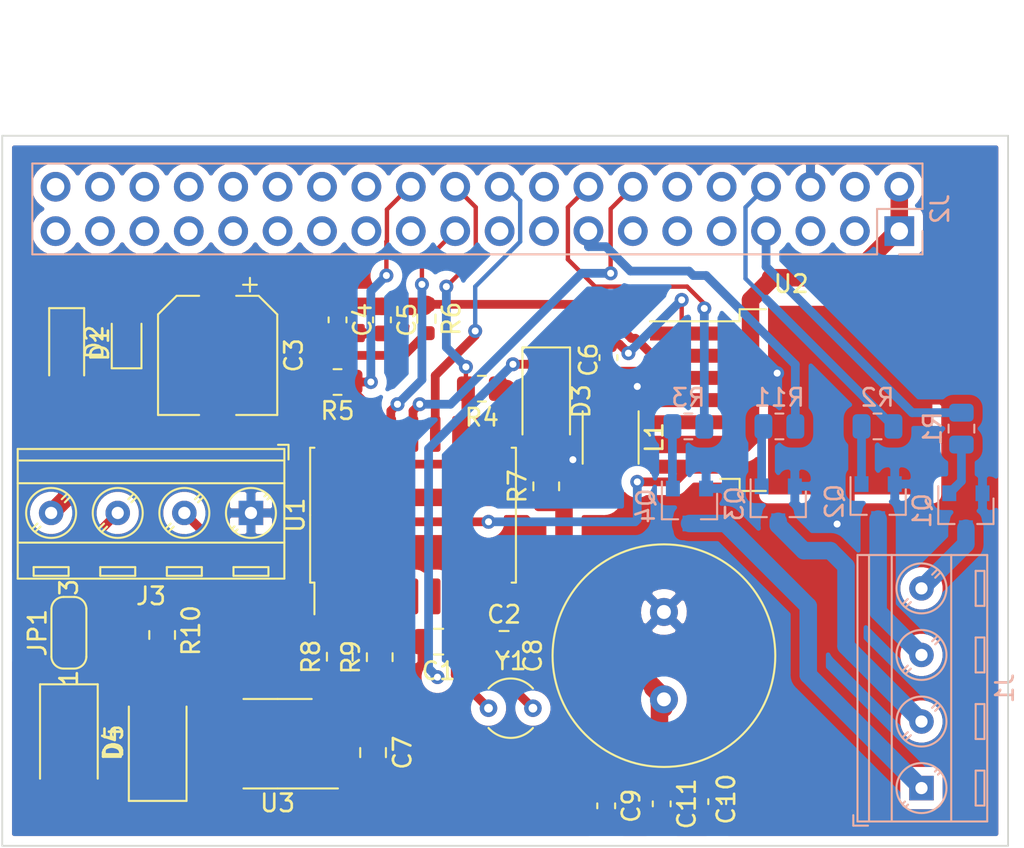
<source format=kicad_pcb>
(kicad_pcb (version 20171130) (host pcbnew "(5.1.8)-1")
  (layers (0 F.Cu signal) (31 B.Cu signal) (34 B.Paste user) (35 F.Paste user) (36 B.SilkS user) (37 F.SilkS user) (38 B.Mask user) (39 F.Mask user) (44 Edge.Cuts user))
  (net 0 "")
  (net 1 "Net-(C1-Pad1)")
  (net 2 GND)
  (net 3 "Net-(C2-Pad1)")
  (net 4 "Net-(C3-Pad1)")
  (net 5 "Net-(C6-Pad2)")
  (net 6 "Net-(C6-Pad1)")
  (net 7 +5V)
  (net 8 +24V)
  (net 9 CAN_H)
  (net 10 CAN_L)
  (net 11 "Net-(J1-Pad1)")
  (net 12 "Net-(J1-Pad2)")
  (net 13 "Net-(J1-Pad3)")
  (net 14 "Net-(J1-Pad4)")
  (net 15 "Net-(JP1-Pad2)")
  (net 16 "Net-(Q1-Pad1)")
  (net 17 "Net-(Q2-Pad1)")
  (net 18 "Net-(Q3-Pad1)")
  (net 19 "Net-(Q4-Pad1)")
  (net 20 "Net-(J2-Pad7)")
  (net 21 "Net-(J2-Pad8)")
  (net 22 "Net-(J2-Pad16)")
  (net 23 /Conn3)
  (net 24 "Net-(J2-Pad24)")
  (net 25 "Net-(R6-Pad2)")
  (net 26 /Conn6)
  (net 27 "Net-(R8-Pad2)")
  (net 28 "Net-(R8-Pad1)")
  (net 29 "Net-(J2-Pad15)")
  (net 30 /Conn4)
  (net 31 "Net-(U1-Pad3)")
  (net 32 "Net-(U1-Pad4)")
  (net 33 "Net-(U1-Pad5)")
  (net 34 "Net-(U1-Pad6)")
  (net 35 "Net-(U1-Pad10)")
  (net 36 "Net-(U1-Pad11)")
  (net 37 "Net-(J2-Pad20)")
  (net 38 /Conn1)
  (net 39 /Conn2)
  (net 40 "Net-(U2-Pad5)")
  (net 41 3V3_SYS)
  (net 42 "Net-(J2-Pad3)")
  (net 43 "Net-(J2-Pad4)")
  (net 44 "Net-(J2-Pad5)")
  (net 45 "Net-(J2-Pad9)")
  (net 46 "Net-(J2-Pad10)")
  (net 47 "Net-(J2-Pad11)")
  (net 48 "Net-(J2-Pad12)")
  (net 49 "Net-(J2-Pad13)")
  (net 50 "Net-(J2-Pad17)")
  (net 51 "Net-(J2-Pad18)")
  (net 52 "Net-(J2-Pad19)")
  (net 53 "Net-(J2-Pad23)")
  (net 54 "Net-(J2-Pad25)")
  (net 55 "Net-(J2-Pad26)")
  (net 56 "Net-(J2-Pad27)")
  (net 57 "Net-(J2-Pad28)")
  (net 58 "Net-(J2-Pad29)")
  (net 59 "Net-(J2-Pad30)")
  (net 60 "Net-(J2-Pad31)")
  (net 61 "Net-(J2-Pad32)")
  (net 62 "Net-(J2-Pad33)")
  (net 63 "Net-(J2-Pad34)")
  (net 64 "Net-(J2-Pad35)")
  (net 65 "Net-(J2-Pad36)")
  (net 66 "Net-(J2-Pad37)")
  (net 67 "Net-(J2-Pad38)")
  (net 68 "Net-(J2-Pad39)")
  (net 69 "Net-(J2-Pad40)")
  (module Package_TO_SOT_SMD:TO-263-7_TabPin8 (layer F.Cu) (at -10.499 -152.889)
    (fp_text reference U2 (at 0 -6.65) (layer F.SilkS))
    (fp_text value LM22678TJ-5)
    (pad 8 smd rect (at 3.375 0) (size 9.4 10.8) (layers F.Cu F.Mask) (net 2 GND))
    (pad 7 smd rect (at -5.775 3.81) (size 4.6 0.8) (layers F.Cu F.Paste F.Mask) (net 25 "Net-(R6-Pad2)"))
    (pad 6 smd rect (at -5.775 2.54) (size 4.6 0.8) (layers F.Cu F.Paste F.Mask) (net 7 +5V))
    (pad 5 smd rect (at -5.775 1.27) (size 4.6 0.8) (layers F.Cu F.Paste F.Mask) (net 40 "Net-(U2-Pad5)"))
    (pad 4 smd rect (at -5.775 0) (size 4.6 0.8) (layers F.Cu F.Paste F.Mask) (net 2 GND))
    (pad 3 smd rect (at -5.775 -1.27) (size 4.6 0.8) (layers F.Cu F.Paste F.Mask) (net 6 "Net-(C6-Pad1)"))
    (pad 2 smd rect (at -5.775 -2.54) (size 4.6 0.8) (layers F.Cu F.Paste F.Mask) (net 4 "Net-(C3-Pad1)"))
    (pad 1 smd rect (at -5.775 -3.81) (size 4.6 0.8) (layers F.Cu F.Paste F.Mask) (net 5 "Net-(C6-Pad2)"))
  )
  (module Resistor_SMD:R_0603_1608Metric (layer F.Cu) (at -31.369 -157.544 270)
    (fp_text reference R6 (at 0 -1.43 90) (layer F.SilkS))
    (fp_text value 470k)
    (pad 2 smd roundrect (at 0.825 0 270) (size 0.8 0.95) (layers F.Cu F.Paste F.Mask) (net 25 "Net-(R6-Pad2)"))
    (pad 1 smd roundrect (at -0.825 0 270) (size 0.8 0.95) (layers F.Cu F.Paste F.Mask) (net 4 "Net-(C3-Pad1)"))
  )
  (module Inductor_SMD:L_Taiyo-Yuden_NR-30xx (layer F.Cu) (at -20.828 -150.749 270)
    (fp_text reference L1 (at 0 -2.5 90) (layer F.SilkS))
    (fp_text value "6.8 uH")
    (pad 2 smd rect (at 1.1 0 270) (size 0.8 2.9) (layers F.Cu F.Paste F.Mask) (net 7 +5V))
    (pad 1 smd rect (at -1.1 0 270) (size 0.8 2.9) (layers F.Cu F.Paste F.Mask) (net 5 "Net-(C6-Pad2)"))
  )
  (module Diode_SMD:D_SOD-128 (layer F.Cu) (at -24.511 -152.822 270)
    (fp_text reference D3 (at 0 -2 90) (layer F.SilkS))
    (fp_text value "D_Schottky 60V 5A")
    (pad 2 smd rect (at 2.2 0 270) (size 1.4 2.1) (layers F.Cu F.Paste F.Mask) (net 2 GND))
    (pad 1 smd rect (at -2.2 0 270) (size 1.4 2.1) (layers F.Cu F.Paste F.Mask) (net 5 "Net-(C6-Pad2)"))
  )
  (module Diode_SMD:D_SOD-323 (layer F.Cu) (at -48.514 -156.21 90)
    (fp_text reference D2 (at 0 -1.85 90) (layer F.SilkS))
    (fp_text value SD36_SOD323)
    (pad 2 smd rect (at 1.05 0 90) (size 0.6 0.45) (layers F.Cu F.Paste F.Mask) (net 4 "Net-(C3-Pad1)"))
    (pad 1 smd rect (at -1.05 0 90) (size 0.6 0.45) (layers F.Cu F.Paste F.Mask) (net 2 GND))
  )
  (module Diode_SMD:D_SOD-123F (layer F.Cu) (at -51.943 -155.953 270)
    (fp_text reference D1 (at -0.127 -1.905 90) (layer F.SilkS))
    (fp_text value D_Schottky)
    (pad 2 smd rect (at 1.4 0 270) (size 1.1 1.1) (layers F.Cu F.Paste F.Mask) (net 8 +24V))
    (pad 1 smd rect (at -1.4 0 270) (size 1.1 1.1) (layers F.Cu F.Paste F.Mask) (net 4 "Net-(C3-Pad1)"))
  )
  (module Capacitor_SMD:C_0603_1608Metric (layer F.Cu) (at -17.907 -129.781 270)
    (fp_text reference C11 (at 0 -1.43 90) (layer F.SilkS))
    (fp_text value 100nF)
    (pad 1 smd roundrect (at -0.775 0 270) (size 0.9 0.95) (layers F.Cu F.Paste F.Mask) (net 7 +5V))
    (pad 2 smd roundrect (at 0.775 0 270) (size 0.9 0.95) (layers F.Cu F.Paste F.Mask) (net 2 GND))
  )
  (module Capacitor_SMD:C_0603_1608Metric (layer F.Cu) (at -14.732 -129.908 270)
    (fp_text reference C10 (at -0.14058 -0.51 90) (layer F.SilkS))
    (fp_text value 100nF)
    (pad 1 smd roundrect (at -0.775 0 270) (size 0.9 0.95) (layers F.Cu F.Paste F.Mask) (net 7 +5V))
    (pad 2 smd roundrect (at 0.775 0 270) (size 0.9 0.95) (layers F.Cu F.Paste F.Mask) (net 2 GND))
  )
  (module Capacitor_SMD:C_0603_1608Metric (layer F.Cu) (at -21.082 -129.667 270)
    (fp_text reference C9 (at 0 -1.43 90) (layer F.SilkS))
    (fp_text value 100nF)
    (pad 1 smd roundrect (at -0.775 0 270) (size 0.9 0.95) (layers F.Cu F.Paste F.Mask) (net 7 +5V))
    (pad 2 smd roundrect (at 0.775 0 270) (size 0.9 0.95) (layers F.Cu F.Paste F.Mask) (net 2 GND))
  )
  (module Capacitor_THT:C_Radial_D12.5mm_H20.0mm_P5.00mm (layer F.Cu) (at -17.78 -135.763 90)
    (fp_text reference C8 (at 2.5 -7.5 90) (layer F.SilkS))
    (fp_text value 180uF)
    (pad 1 thru_hole circle (at 0 0 90) (size 1.6 1.6) (drill 0.8) (layers *.Cu *.Mask) (net 7 +5V))
    (pad 2 thru_hole circle (at 5 0 90) (size 1.6 1.6) (drill 0.8) (layers *.Cu *.Mask) (net 2 GND))
  )
  (module Capacitor_SMD:C_0603_1608Metric (layer F.Cu) (at -20.955 -155.321 90)
    (fp_text reference C6 (at -0.127 -1.143 90) (layer F.SilkS))
    (fp_text value 10nF)
    (pad 2 smd roundrect (at 0.775 0 90) (size 0.9 0.95) (layers F.Cu F.Paste F.Mask) (net 5 "Net-(C6-Pad2)"))
    (pad 1 smd roundrect (at -0.775 0 90) (size 0.9 0.95) (layers F.Cu F.Paste F.Mask) (net 6 "Net-(C6-Pad1)"))
  )
  (module Capacitor_SMD:C_0603_1608Metric (layer F.Cu) (at -33.909 -157.48 270)
    (fp_text reference C5 (at 0 -1.43 90) (layer F.SilkS))
    (fp_text value 1uF)
    (pad 2 smd roundrect (at 0.775 0 270) (size 0.9 0.95) (layers F.Cu F.Paste F.Mask) (net 2 GND))
    (pad 1 smd roundrect (at -0.775 0 270) (size 0.9 0.95) (layers F.Cu F.Paste F.Mask) (net 4 "Net-(C3-Pad1)"))
  )
  (module Capacitor_SMD:C_0603_1608Metric (layer F.Cu) (at -36.449 -157.48 270)
    (fp_text reference C4 (at 0 -1.43 90) (layer F.SilkS))
    (fp_text value 4.7uF)
    (pad 2 smd roundrect (at 0.775 0 270) (size 0.9 0.95) (layers F.Cu F.Paste F.Mask) (net 2 GND))
    (pad 1 smd roundrect (at -0.775 0 270) (size 0.9 0.95) (layers F.Cu F.Paste F.Mask) (net 4 "Net-(C3-Pad1)"))
  )
  (module Capacitor_SMD:CP_Elec_6.3x5.8 (layer F.Cu) (at -43.307 -155.448 270)
    (fp_text reference C3 (at 0 -4.35 90) (layer F.SilkS))
    (fp_text value 22uF)
    (pad 2 smd roundrect (at 2.7 0 270) (size 3.5 1.6) (layers F.Cu F.Paste F.Mask) (roundrect_rratio 0.15625) (net 2 GND))
    (pad 1 smd roundrect (at -2.7 0 270) (size 3.5 1.6) (layers F.Cu F.Paste F.Mask) (roundrect_rratio 0.15625) (net 4 "Net-(C3-Pad1)"))
  )
  (module TerminalBlock_MetzConnect:TerminalBlock_MetzConnect_Type086_RT03404HBLC_1x04_P3.81mm_Horizontal (layer F.Cu) (at -41.402 -146.431 180)
    (fp_text reference J3 (at 5.715 -4.76) (layer F.SilkS))
    (fp_text value Conn_01x04_Female)
    (pad 4 thru_hole circle (at 11.43 0 180) (size 1.4 1.4) (drill 0.7) (layers *.Cu *.Mask) (net 8 +24V))
    (pad 3 thru_hole circle (at 7.62 0 180) (size 1.4 1.4) (drill 0.7) (layers *.Cu *.Mask) (net 9 CAN_H))
    (pad 2 thru_hole circle (at 3.81 0 180) (size 1.4 1.4) (drill 0.7) (layers *.Cu *.Mask) (net 10 CAN_L))
    (pad 1 thru_hole rect (at 0 0 180) (size 1.4 1.4) (drill 0.7) (layers *.Cu *.Mask) (net 2 GND))
  )
  (module Capacitor_SMD:C_0805_2012Metric (layer F.Cu) (at -30.668 -139.065 180)
    (fp_text reference C1 (at 0 -1.68) (layer F.SilkS))
    (fp_text value 22pF)
    (pad 1 smd roundrect (at -0.95 0 180) (size 1 1.45) (layers F.Cu F.Paste F.Mask) (net 1 "Net-(C1-Pad1)"))
    (pad 2 smd roundrect (at 0.95 0 180) (size 1 1.45) (layers F.Cu F.Paste F.Mask) (net 2 GND))
  )
  (module Capacitor_SMD:C_0805_2012Metric (layer F.Cu) (at -26.924 -138.938)
    (fp_text reference C2 (at 0 -1.68) (layer F.SilkS))
    (fp_text value 22pF)
    (pad 2 smd roundrect (at 0.95 0) (size 1 1.45) (layers F.Cu F.Paste F.Mask) (net 2 GND))
    (pad 1 smd roundrect (at -0.95 0) (size 1 1.45) (layers F.Cu F.Paste F.Mask) (net 3 "Net-(C2-Pad1)"))
  )
  (module Capacitor_SMD:C_0805_2012Metric (layer F.Cu) (at -34.417 -132.715 270)
    (fp_text reference C7 (at 0 -1.68 90) (layer F.SilkS))
    (fp_text value 100nF)
    (pad 2 smd roundrect (at 0.95 0 270) (size 1 1.45) (layers F.Cu F.Paste F.Mask) (net 2 GND))
    (pad 1 smd roundrect (at -0.95 0 270) (size 1 1.45) (layers F.Cu F.Paste F.Mask) (net 7 +5V))
  )
  (module Diode_SMD:D_SMA (layer F.Cu) (at -51.816 -133.223 270)
    (fp_text reference D4 (at 0 -2.5 90) (layer F.SilkS))
    (fp_text value D_TVS)
    (pad 1 smd rect (at -2 0 270) (size 2.5 1.8) (layers F.Cu F.Paste F.Mask) (net 9 CAN_H))
    (pad 2 smd rect (at 2 0 270) (size 2.5 1.8) (layers F.Cu F.Paste F.Mask) (net 2 GND))
  )
  (module Diode_SMD:D_SMA (layer F.Cu) (at -46.736 -133.35 90)
    (fp_text reference D5 (at 0 -2.5 90) (layer F.SilkS))
    (fp_text value D_TVS)
    (pad 2 smd rect (at 2 0 90) (size 2.5 1.8) (layers F.Cu F.Paste F.Mask) (net 10 CAN_L))
    (pad 1 smd rect (at -2 0 90) (size 2.5 1.8) (layers F.Cu F.Paste F.Mask) (net 2 GND))
  )
  (module TerminalBlock_MetzConnect:TerminalBlock_MetzConnect_Type086_RT03404HBLC_1x04_P3.81mm_Horizontal (layer B.Cu) (at -3.048 -130.683 90)
    (fp_text reference J1 (at 5.715 4.76 90) (layer B.SilkS) (effects (justify mirror)))
    (fp_text value Conn_01x04_Female)
    (pad 4 thru_hole circle (at 11.43 0 90) (size 1.4 1.4) (drill 0.7) (layers *.Cu *.Mask) (net 14 "Net-(J1-Pad4)"))
    (pad 3 thru_hole circle (at 7.62 0 90) (size 1.4 1.4) (drill 0.7) (layers *.Cu *.Mask) (net 13 "Net-(J1-Pad3)"))
    (pad 2 thru_hole circle (at 3.81 0 90) (size 1.4 1.4) (drill 0.7) (layers *.Cu *.Mask) (net 12 "Net-(J1-Pad2)"))
    (pad 1 thru_hole rect (at 0 0 90) (size 1.4 1.4) (drill 0.7) (layers *.Cu *.Mask) (net 11 "Net-(J1-Pad1)"))
  )
  (module SolderJumper-3_P1.3mm_Bridged12_RoundedPad1.0x1.5mm_NumberLabels (layer F.Cu) (at -51.816 -139.573 90)
    (fp_text reference JP1 (at 0 -1.8 90) (layer F.SilkS))
    (fp_text value Jumper_NC_Small)
    (fp_poly (pts (xy -0.9 -0.3) (xy -0.4 -0.3) (xy -0.4 0.3) (xy -0.9 0.3)) (layer F.Cu) (width 0))
    (fp_text user 3 (at 2.6 0 90) (layer F.SilkS))
    (fp_text user 1 (at -2.6 0 90) (layer F.SilkS))
    (pad 3 smd custom (at 1.3 0 90) (size 1 0.5) (layers F.Cu F.Mask) (options (clearance outline) (anchor rect)) (primitives (gr_circle (center 0 0.25) (end 0.5 0.25) (width 0)) (gr_circle (center 0 -0.25) (end 0.5 -0.25) (width 0)) (gr_poly (pts (xy -0.55 -0.75) (xy 0 -0.75) (xy 0 0.75) (xy -0.55 0.75)) (width 0))))
    (pad 2 smd rect (at 0 0 90) (size 1 1.5) (layers F.Cu F.Mask) (net 15 "Net-(JP1-Pad2)"))
    (pad 1 smd custom (at -1.3 0 90) (size 1 0.5) (layers F.Cu F.Mask) (net 9 CAN_H) (options (clearance outline) (anchor rect)) (primitives (gr_poly (pts (xy 0.55 -0.75) (xy 0 -0.75) (xy 0 0.75) (xy 0.55 0.75)) (width 0)) (gr_circle (center 0 0.25) (end 0.5 0.25) (width 0)) (gr_circle (center 0 -0.25) (end 0.5 -0.25) (width 0))))
  )
  (module Package_TO_SOT_SMD:SOT-23 (layer B.Cu) (at -0.508 -146.558 270)
    (fp_text reference Q1 (at 0 2.5 270) (layer B.SilkS) (effects (justify mirror)))
    (fp_text value BSS138)
    (pad 1 smd rect (at -1 0.95 270) (size 0.9 0.8) (layers B.Cu B.Paste B.Mask) (net 16 "Net-(Q1-Pad1)"))
    (pad 2 smd rect (at -1 -0.95 270) (size 0.9 0.8) (layers B.Cu B.Paste B.Mask) (net 2 GND))
    (pad 3 smd rect (at 1 0 270) (size 0.9 0.8) (layers B.Cu B.Paste B.Mask) (net 14 "Net-(J1-Pad4)"))
  )
  (module Package_TO_SOT_SMD:SOT-23 (layer B.Cu) (at -5.527 -147.082 270)
    (fp_text reference Q2 (at 0 2.5 270) (layer B.SilkS) (effects (justify mirror)))
    (fp_text value BSS138)
    (pad 3 smd rect (at 1 0 270) (size 0.9 0.8) (layers B.Cu B.Paste B.Mask) (net 13 "Net-(J1-Pad3)"))
    (pad 2 smd rect (at -1 -0.95 270) (size 0.9 0.8) (layers B.Cu B.Paste B.Mask) (net 2 GND))
    (pad 1 smd rect (at -1 0.95 270) (size 0.9 0.8) (layers B.Cu B.Paste B.Mask) (net 17 "Net-(Q2-Pad1)"))
  )
  (module Package_TO_SOT_SMD:SOT-23 (layer B.Cu) (at -11.242 -146.955 270)
    (fp_text reference Q3 (at 0 2.5 270) (layer B.SilkS) (effects (justify mirror)))
    (fp_text value BSS138)
    (pad 1 smd rect (at -1 0.95 270) (size 0.9 0.8) (layers B.Cu B.Paste B.Mask) (net 18 "Net-(Q3-Pad1)"))
    (pad 2 smd rect (at -1 -0.95 270) (size 0.9 0.8) (layers B.Cu B.Paste B.Mask) (net 2 GND))
    (pad 3 smd rect (at 1 0 270) (size 0.9 0.8) (layers B.Cu B.Paste B.Mask) (net 12 "Net-(J1-Pad2)"))
  )
  (module Package_TO_SOT_SMD:SOT-23 (layer B.Cu) (at -16.317 -146.828 270)
    (fp_text reference Q4 (at 0 2.5 270) (layer B.SilkS) (effects (justify mirror)))
    (fp_text value BSS138)
    (pad 3 smd rect (at 1 0 270) (size 0.9 0.8) (layers B.Cu B.Paste B.Mask) (net 11 "Net-(J1-Pad1)"))
    (pad 2 smd rect (at -1 -0.95 270) (size 0.9 0.8) (layers B.Cu B.Paste B.Mask) (net 2 GND))
    (pad 1 smd rect (at -1 0.95 270) (size 0.9 0.8) (layers B.Cu B.Paste B.Mask) (net 19 "Net-(Q4-Pad1)"))
  )
  (module Resistor_SMD:R_0805_2012Metric (layer B.Cu) (at -0.762 -151.257 270)
    (fp_text reference R1 (at 0 1.65 90) (layer B.SilkS) (effects (justify mirror)))
    (fp_text value 330R)
    (pad 1 smd roundrect (at -0.9125 0 270) (size 1.025 1.4) (layers B.Cu B.Paste B.Mask) (roundrect_rratio 0.243902) (net 20 "Net-(J2-Pad7)"))
    (pad 2 smd roundrect (at 0.9125 0 270) (size 1.025 1.4) (layers B.Cu B.Paste B.Mask) (roundrect_rratio 0.243902) (net 16 "Net-(Q1-Pad1)"))
  )
  (module Resistor_SMD:R_0805_2012Metric (layer B.Cu) (at -5.5645 -151.384 180)
    (fp_text reference R2 (at 0 1.65) (layer B.SilkS) (effects (justify mirror)))
    (fp_text value 330R)
    (pad 2 smd roundrect (at 0.9125 0 180) (size 1.025 1.4) (layers B.Cu B.Paste B.Mask) (roundrect_rratio 0.243902) (net 17 "Net-(Q2-Pad1)"))
    (pad 1 smd roundrect (at -0.9125 0 180) (size 1.025 1.4) (layers B.Cu B.Paste B.Mask) (roundrect_rratio 0.243902) (net 21 "Net-(J2-Pad8)"))
  )
  (module Resistor_SMD:R_0805_2012Metric (layer B.Cu) (at -16.383 -151.384 180)
    (fp_text reference R3 (at 0 1.65) (layer B.SilkS) (effects (justify mirror)))
    (fp_text value 330R)
    (pad 1 smd roundrect (at -0.9125 0 180) (size 1.025 1.4) (layers B.Cu B.Paste B.Mask) (roundrect_rratio 0.243902) (net 22 "Net-(J2-Pad16)"))
    (pad 2 smd roundrect (at 0.9125 0 180) (size 1.025 1.4) (layers B.Cu B.Paste B.Mask) (roundrect_rratio 0.243902) (net 19 "Net-(Q4-Pad1)"))
  )
  (module Resistor_SMD:R_0805_2012Metric (layer F.Cu) (at -28.194 -153.543 180)
    (fp_text reference R4 (at 0 -1.65) (layer F.SilkS))
    (fp_text value 4k7)
    (pad 1 smd roundrect (at -0.9125 0 180) (size 1.025 1.4) (layers F.Cu F.Paste F.Mask) (roundrect_rratio 0.243902) (net 7 +5V))
    (pad 2 smd roundrect (at 0.9125 0 180) (size 1.025 1.4) (layers F.Cu F.Paste F.Mask) (roundrect_rratio 0.243902) (net 23 /Conn3))
  )
  (module Resistor_SMD:R_0805_2012Metric (layer F.Cu) (at -36.449 -153.924 180)
    (fp_text reference R5 (at 0 -1.65) (layer F.SilkS))
    (fp_text value 4k7)
    (pad 2 smd roundrect (at 0.9125 0 180) (size 1.025 1.4) (layers F.Cu F.Paste F.Mask) (roundrect_rratio 0.243902) (net 7 +5V))
    (pad 1 smd roundrect (at -0.9125 0 180) (size 1.025 1.4) (layers F.Cu F.Paste F.Mask) (roundrect_rratio 0.243902) (net 24 "Net-(J2-Pad24)"))
  )
  (module Resistor_SMD:R_0805_2012Metric (layer F.Cu) (at -24.511 -147.955 90)
    (fp_text reference R7 (at 0 -1.65 90) (layer F.SilkS))
    (fp_text value 4k7)
    (pad 1 smd roundrect (at -0.9125 0 90) (size 1.025 1.4) (layers F.Cu F.Paste F.Mask) (roundrect_rratio 0.243902) (net 7 +5V))
    (pad 2 smd roundrect (at 0.9125 0 90) (size 1.025 1.4) (layers F.Cu F.Paste F.Mask) (roundrect_rratio 0.243902) (net 26 /Conn6))
  )
  (module Resistor_SMD:R_0805_2012Metric (layer F.Cu) (at -36.322 -138.1995 90)
    (fp_text reference R8 (at 0 -1.65 90) (layer F.SilkS))
    (fp_text value 10k)
    (pad 2 smd roundrect (at 0.9125 0 90) (size 1.025 1.4) (layers F.Cu F.Paste F.Mask) (roundrect_rratio 0.243902) (net 27 "Net-(R8-Pad2)"))
    (pad 1 smd roundrect (at -0.9125 0 90) (size 1.025 1.4) (layers F.Cu F.Paste F.Mask) (roundrect_rratio 0.243902) (net 28 "Net-(R8-Pad1)"))
  )
  (module Resistor_SMD:R_0805_2012Metric (layer F.Cu) (at -34.036 -138.176 90)
    (fp_text reference R9 (at 0 -1.65 90) (layer F.SilkS))
    (fp_text value 22k)
    (pad 1 smd roundrect (at -0.9125 0 90) (size 1.025 1.4) (layers F.Cu F.Paste F.Mask) (roundrect_rratio 0.243902) (net 28 "Net-(R8-Pad1)"))
    (pad 2 smd roundrect (at 0.9125 0 90) (size 1.025 1.4) (layers F.Cu F.Paste F.Mask) (roundrect_rratio 0.243902) (net 2 GND))
  )
  (module Resistor_SMD:R_0805_2012Metric (layer F.Cu) (at -46.482 -139.446 270)
    (fp_text reference R10 (at -0.254 -1.651 90) (layer F.SilkS))
    (fp_text value 120R)
    (pad 1 smd roundrect (at -0.9125 0 270) (size 1.025 1.4) (layers F.Cu F.Paste F.Mask) (roundrect_rratio 0.243902) (net 15 "Net-(JP1-Pad2)"))
    (pad 2 smd roundrect (at 0.9125 0 270) (size 1.025 1.4) (layers F.Cu F.Paste F.Mask) (roundrect_rratio 0.243902) (net 10 CAN_L))
  )
  (module Resistor_SMD:R_0805_2012Metric (layer B.Cu) (at -11.176 -151.384 180)
    (fp_text reference R11 (at 0 1.65) (layer B.SilkS) (effects (justify mirror)))
    (fp_text value 330R)
    (pad 2 smd roundrect (at 0.9125 0 180) (size 1.025 1.4) (layers B.Cu B.Paste B.Mask) (roundrect_rratio 0.243902) (net 18 "Net-(Q3-Pad1)"))
    (pad 1 smd roundrect (at -0.9125 0 180) (size 1.025 1.4) (layers B.Cu B.Paste B.Mask) (roundrect_rratio 0.243902) (net 29 "Net-(J2-Pad15)"))
  )
  (module Package_SO:SOIC-18W_7.5x11.6mm_P1.27mm (layer F.Cu) (at -32.131 -146.304 90)
    (fp_text reference U1 (at 0 -6.72 90) (layer F.SilkS))
    (fp_text value MCP2515-xSO)
    (pad 18 smd roundrect (at 4.65 -5.08 90) (size 2.05 0.6) (layers F.Cu F.Paste F.Mask) (net 7 +5V))
    (pad 17 smd roundrect (at 4.65 -3.81 90) (size 2.05 0.6) (layers F.Cu F.Paste F.Mask) (net 26 /Conn6))
    (pad 16 smd roundrect (at 4.65 -2.54 90) (size 2.05 0.6) (layers F.Cu F.Paste F.Mask) (net 24 "Net-(J2-Pad24)"))
    (pad 15 smd roundrect (at 4.65 -1.27 90) (size 2.05 0.6) (layers F.Cu F.Paste F.Mask) (net 39 /Conn2))
    (pad 14 smd roundrect (at 4.65 0 90) (size 2.05 0.6) (layers F.Cu F.Paste F.Mask) (net 38 /Conn1))
    (pad 13 smd roundrect (at 4.65 1.27 90) (size 2.05 0.6) (layers F.Cu F.Paste F.Mask) (net 37 "Net-(J2-Pad20)"))
    (pad 12 smd roundrect (at 4.65 2.54 90) (size 2.05 0.6) (layers F.Cu F.Paste F.Mask) (net 23 /Conn3))
    (pad 11 smd roundrect (at 4.65 3.81 90) (size 2.05 0.6) (layers F.Cu F.Paste F.Mask) (net 36 "Net-(U1-Pad11)"))
    (pad 10 smd roundrect (at 4.65 5.08 90) (size 2.05 0.6) (layers F.Cu F.Paste F.Mask) (net 35 "Net-(U1-Pad10)"))
    (pad 9 smd roundrect (at -4.65 5.08 90) (size 2.05 0.6) (layers F.Cu F.Paste F.Mask) (net 2 GND))
    (pad 8 smd roundrect (at -4.65 3.81 90) (size 2.05 0.6) (layers F.Cu F.Paste F.Mask) (net 3 "Net-(C2-Pad1)"))
    (pad 7 smd roundrect (at -4.65 2.54 90) (size 2.05 0.6) (layers F.Cu F.Paste F.Mask) (net 1 "Net-(C1-Pad1)"))
    (pad 6 smd roundrect (at -4.65 1.27 90) (size 2.05 0.6) (layers F.Cu F.Paste F.Mask) (net 34 "Net-(U1-Pad6)"))
    (pad 5 smd roundrect (at -4.65 0 90) (size 2.05 0.6) (layers F.Cu F.Paste F.Mask) (net 33 "Net-(U1-Pad5)"))
    (pad 4 smd roundrect (at -4.65 -1.27 90) (size 2.05 0.6) (layers F.Cu F.Paste F.Mask) (net 32 "Net-(U1-Pad4)"))
    (pad 3 smd roundrect (at -4.65 -2.54 90) (size 2.05 0.6) (layers F.Cu F.Paste F.Mask) (net 31 "Net-(U1-Pad3)"))
    (pad 2 smd roundrect (at -4.65 -3.81 90) (size 2.05 0.6) (layers F.Cu F.Paste F.Mask) (net 27 "Net-(R8-Pad2)"))
    (pad 1 smd roundrect (at -4.65 -5.08 90) (size 2.05 0.6) (layers F.Cu F.Paste F.Mask) (net 30 /Conn4))
  )
  (module Package_SO:SOIC-8_3.9x4.9mm_P1.27mm (layer F.Cu) (at -39.878 -133.223 180)
    (fp_text reference U3 (at 0 -3.4) (layer F.SilkS))
    (fp_text value MCP2562-H-SN)
    (pad 1 smd roundrect (at -2.475 -1.905 180) (size 1.95 0.6) (layers F.Cu F.Paste F.Mask) (net 30 /Conn4))
    (pad 2 smd roundrect (at -2.475 -0.635 180) (size 1.95 0.6) (layers F.Cu F.Paste F.Mask) (net 2 GND))
    (pad 3 smd roundrect (at -2.475 0.635 180) (size 1.95 0.6) (layers F.Cu F.Paste F.Mask) (net 7 +5V))
    (pad 4 smd roundrect (at -2.475 1.905 180) (size 1.95 0.6) (layers F.Cu F.Paste F.Mask) (net 28 "Net-(R8-Pad1)"))
    (pad 5 smd roundrect (at 2.475 1.905 180) (size 1.95 0.6) (layers F.Cu F.Paste F.Mask) (net 41 3V3_SYS))
    (pad 6 smd roundrect (at 2.475 0.635 180) (size 1.95 0.6) (layers F.Cu F.Paste F.Mask) (net 10 CAN_L))
    (pad 7 smd roundrect (at 2.475 -0.635 180) (size 1.95 0.6) (layers F.Cu F.Paste F.Mask) (net 9 CAN_H))
    (pad 8 smd roundrect (at 2.475 -1.905 180) (size 1.95 0.6) (layers F.Cu F.Paste F.Mask) (net 2 GND))
  )
  (module Crystal:Crystal_AT310_D3.0mm_L10.0mm_Vertical (layer F.Cu) (at -27.813 -135.255)
    (fp_text reference Y1 (at 1.27 -2.7) (layer F.SilkS))
    (fp_text value 16MHz)
    (pad 1 thru_hole circle (at 0 0) (size 1 1) (drill 0.5) (layers *.Cu *.Mask) (net 1 "Net-(C1-Pad1)"))
    (pad 2 thru_hole circle (at 2.54 0) (size 1 1) (drill 0.5) (layers *.Cu *.Mask) (net 3 "Net-(C2-Pad1)"))
  )
  (module Connector_PinHeader_2.54mm:PinHeader_2x20_P2.54mm_Vertical (layer B.Cu) (at -4.318 -162.56 90)
    (fp_text reference J2 (at 1.27 2.33 270) (layer B.SilkS) (effects (justify mirror)))
    (fp_text value Conn_02x20_Counter_Clockwise)
    (pad 1 thru_hole rect (at 0 0 90) (size 1.7 1.7) (drill 1) (layers *.Cu *.Mask) (net 7 +5V))
    (pad 2 thru_hole oval (at 2.54 0 90) (size 1.7 1.7) (drill 1) (layers *.Cu *.Mask) (net 7 +5V))
    (pad 3 thru_hole oval (at 0 -2.54 90) (size 1.7 1.7) (drill 1) (layers *.Cu *.Mask) (net 42 "Net-(J2-Pad3)"))
    (pad 4 thru_hole oval (at 2.54 -2.54 90) (size 1.7 1.7) (drill 1) (layers *.Cu *.Mask) (net 43 "Net-(J2-Pad4)"))
    (pad 5 thru_hole oval (at 0 -5.08 90) (size 1.7 1.7) (drill 1) (layers *.Cu *.Mask) (net 44 "Net-(J2-Pad5)"))
    (pad 6 thru_hole oval (at 2.54 -5.08 90) (size 1.7 1.7) (drill 1) (layers *.Cu *.Mask) (net 2 GND))
    (pad 7 thru_hole oval (at 0 -7.62 90) (size 1.7 1.7) (drill 1) (layers *.Cu *.Mask) (net 20 "Net-(J2-Pad7)"))
    (pad 8 thru_hole oval (at 2.54 -7.62 90) (size 1.7 1.7) (drill 1) (layers *.Cu *.Mask) (net 21 "Net-(J2-Pad8)"))
    (pad 9 thru_hole oval (at 0 -10.16 90) (size 1.7 1.7) (drill 1) (layers *.Cu *.Mask) (net 45 "Net-(J2-Pad9)"))
    (pad 10 thru_hole oval (at 2.54 -10.16 90) (size 1.7 1.7) (drill 1) (layers *.Cu *.Mask) (net 46 "Net-(J2-Pad10)"))
    (pad 11 thru_hole oval (at 0 -12.7 90) (size 1.7 1.7) (drill 1) (layers *.Cu *.Mask) (net 47 "Net-(J2-Pad11)"))
    (pad 12 thru_hole oval (at 2.54 -12.7 90) (size 1.7 1.7) (drill 1) (layers *.Cu *.Mask) (net 48 "Net-(J2-Pad12)"))
    (pad 13 thru_hole oval (at 0 -15.24 90) (size 1.7 1.7) (drill 1) (layers *.Cu *.Mask) (net 49 "Net-(J2-Pad13)"))
    (pad 14 thru_hole oval (at 2.54 -15.24 90) (size 1.7 1.7) (drill 1) (layers *.Cu *.Mask) (net 38 /Conn1))
    (pad 15 thru_hole oval (at 0 -17.78 90) (size 1.7 1.7) (drill 1) (layers *.Cu *.Mask) (net 29 "Net-(J2-Pad15)"))
    (pad 16 thru_hole oval (at 2.54 -17.78 90) (size 1.7 1.7) (drill 1) (layers *.Cu *.Mask) (net 22 "Net-(J2-Pad16)"))
    (pad 17 thru_hole oval (at 0 -20.32 90) (size 1.7 1.7) (drill 1) (layers *.Cu *.Mask) (net 50 "Net-(J2-Pad17)"))
    (pad 18 thru_hole oval (at 2.54 -20.32 90) (size 1.7 1.7) (drill 1) (layers *.Cu *.Mask) (net 51 "Net-(J2-Pad18)"))
    (pad 19 thru_hole oval (at 0 -22.86 90) (size 1.7 1.7) (drill 1) (layers *.Cu *.Mask) (net 52 "Net-(J2-Pad19)"))
    (pad 20 thru_hole oval (at 2.54 -22.86 90) (size 1.7 1.7) (drill 1) (layers *.Cu *.Mask) (net 37 "Net-(J2-Pad20)"))
    (pad 21 thru_hole oval (at 0 -25.4 90) (size 1.7 1.7) (drill 1) (layers *.Cu *.Mask) (net 39 /Conn2))
    (pad 22 thru_hole oval (at 2.54 -25.4 90) (size 1.7 1.7) (drill 1) (layers *.Cu *.Mask) (net 23 /Conn3))
    (pad 23 thru_hole oval (at 0 -27.94 90) (size 1.7 1.7) (drill 1) (layers *.Cu *.Mask) (net 53 "Net-(J2-Pad23)"))
    (pad 24 thru_hole oval (at 2.54 -27.94 90) (size 1.7 1.7) (drill 1) (layers *.Cu *.Mask) (net 24 "Net-(J2-Pad24)"))
    (pad 25 thru_hole oval (at 0 -30.48 90) (size 1.7 1.7) (drill 1) (layers *.Cu *.Mask) (net 54 "Net-(J2-Pad25)"))
    (pad 26 thru_hole oval (at 2.54 -30.48 90) (size 1.7 1.7) (drill 1) (layers *.Cu *.Mask) (net 55 "Net-(J2-Pad26)"))
    (pad 27 thru_hole oval (at 0 -33.02 90) (size 1.7 1.7) (drill 1) (layers *.Cu *.Mask) (net 56 "Net-(J2-Pad27)"))
    (pad 28 thru_hole oval (at 2.54 -33.02 90) (size 1.7 1.7) (drill 1) (layers *.Cu *.Mask) (net 57 "Net-(J2-Pad28)"))
    (pad 29 thru_hole oval (at 0 -35.56 90) (size 1.7 1.7) (drill 1) (layers *.Cu *.Mask) (net 58 "Net-(J2-Pad29)"))
    (pad 30 thru_hole oval (at 2.54 -35.56 90) (size 1.7 1.7) (drill 1) (layers *.Cu *.Mask) (net 59 "Net-(J2-Pad30)"))
    (pad 31 thru_hole oval (at 0 -38.1 90) (size 1.7 1.7) (drill 1) (layers *.Cu *.Mask) (net 60 "Net-(J2-Pad31)"))
    (pad 32 thru_hole oval (at 2.54 -38.1 90) (size 1.7 1.7) (drill 1) (layers *.Cu *.Mask) (net 61 "Net-(J2-Pad32)"))
    (pad 33 thru_hole oval (at 0 -40.64 90) (size 1.7 1.7) (drill 1) (layers *.Cu *.Mask) (net 62 "Net-(J2-Pad33)"))
    (pad 34 thru_hole oval (at 2.54 -40.64 90) (size 1.7 1.7) (drill 1) (layers *.Cu *.Mask) (net 63 "Net-(J2-Pad34)"))
    (pad 35 thru_hole oval (at 0 -43.18 90) (size 1.7 1.7) (drill 1) (layers *.Cu *.Mask) (net 64 "Net-(J2-Pad35)"))
    (pad 36 thru_hole oval (at 2.54 -43.18 90) (size 1.7 1.7) (drill 1) (layers *.Cu *.Mask) (net 65 "Net-(J2-Pad36)"))
    (pad 37 thru_hole oval (at 0 -45.72 90) (size 1.7 1.7) (drill 1) (layers *.Cu *.Mask) (net 66 "Net-(J2-Pad37)"))
    (pad 38 thru_hole oval (at 2.54 -45.72 90) (size 1.7 1.7) (drill 1) (layers *.Cu *.Mask) (net 67 "Net-(J2-Pad38)"))
    (pad 39 thru_hole oval (at 0 -48.26 90) (size 1.7 1.7) (drill 1) (layers *.Cu *.Mask) (net 68 "Net-(J2-Pad39)"))
    (pad 40 thru_hole oval (at 2.54 -48.26 90) (size 1.7 1.7) (drill 1) (layers *.Cu *.Mask) (net 69 "Net-(J2-Pad40)"))
  )
  (gr_line (start -55.626 -168.021) (end 1.905 -168.021) (layer Edge.Cuts) (width 0.1))
  (gr_line (start -55.626 -127.381) (end -55.626 -168.021) (layer Edge.Cuts) (width 0.1))
  (gr_line (start 1.905 -127.381) (end -55.626 -127.381) (layer Edge.Cuts) (width 0.1))
  (gr_line (start 1.905 -168.021) (end 1.905 -127.381) (layer Edge.Cuts) (width 0.1))
  (via (at -11.303 -154.432) (size 0.8) (drill 0.4) (layers F.Cu B.Cu) (net 2))
  (segment (start -29.718 -141.527) (end -29.591 -141.654) (width 0.25) (layer F.Cu) (net 1))
  (segment (start -29.591 -139.192) (end -29.718 -139.065) (width 0.5) (layer F.Cu) (net 1))
  (segment (start -29.591 -141.654) (end -29.591 -139.192) (width 0.5) (layer F.Cu) (net 1))
  (segment (start -29.718 -137.16) (end -27.813 -135.255) (width 0.5) (layer F.Cu) (net 1))
  (segment (start -29.718 -139.065) (end -29.718 -137.16) (width 0.5) (layer F.Cu) (net 1))
  (segment (start -24.511 -150.622) (end -24.003 -150.622) (width 0.5) (layer F.Cu) (net 2))
  (segment (start -24.511 -150.622) (end -24.13 -150.622) (width 0.5) (layer F.Cu) (net 2))
  (segment (start -24.13 -150.622) (end -22.987 -149.479) (width 0.5) (layer F.Cu) (net 2))
  (segment (start -22.987 -149.479) (end -22.86 -149.352) (width 0.5) (layer F.Cu) (net 2))
  (via (at -22.987 -149.479) (size 0.8) (drill 0.4) (layers F.Cu B.Cu) (net 2))
  (segment (start -16.274 -152.889) (end -18.523 -152.889) (width 0.25) (layer F.Cu) (net 2))
  (segment (start -16.274 -152.889) (end -18.289002 -152.889) (width 0.25) (layer F.Cu) (net 2))
  (segment (start -18.396 -152.889) (end -16.274 -152.889) (width 0.5) (layer F.Cu) (net 2))
  (segment (start -18.523 -152.889) (end -19.304 -153.67) (width 0.5) (layer F.Cu) (net 2))
  (segment (start -19.304 -153.67) (end -19.304 -153.67) (width 0.5) (layer F.Cu) (net 2))
  (via (at -19.304 -153.67) (size 0.8) (drill 0.4) (layers F.Cu B.Cu) (net 2))
  (via (at -7.874 -145.796) (size 0.8) (drill 0.4) (layers F.Cu B.Cu) (net 2))
  (segment (start -35.24 -132.588) (end -34.417 -131.765) (width 0.5) (layer F.Cu) (net 2))
  (segment (start -37.403 -132.588) (end -35.24 -132.588) (width 0.5) (layer F.Cu) (net 2))
  (segment (start -28.321 -139.385) (end -27.874 -138.938) (width 0.5) (layer F.Cu) (net 3))
  (segment (start -28.321 -141.654) (end -28.321 -139.385) (width 0.5) (layer F.Cu) (net 3))
  (segment (start -27.874 -137.856) (end -25.273 -135.255) (width 0.5) (layer F.Cu) (net 3))
  (segment (start -27.874 -138.938) (end -27.874 -137.856) (width 0.5) (layer F.Cu) (net 3))
  (segment (start -48.607 -157.353) (end -48.514 -157.26) (width 0.25) (layer F.Cu) (net 4))
  (segment (start -31.59 -158.148) (end -31.369 -158.369) (width 0.25) (layer F.Cu) (net 4))
  (segment (start -18.289002 -155.429) (end -16.274 -155.429) (width 0.25) (layer F.Cu) (net 4))
  (segment (start -18.592998 -155.429) (end -16.274 -155.429) (width 0.25) (layer F.Cu) (net 4))
  (segment (start -48.514 -157.26) (end -42.544 -157.26) (width 1) (layer F.Cu) (net 4))
  (segment (start -51.943 -157.353) (end -48.607 -157.353) (width 1) (layer F.Cu) (net 4))
  (segment (start -18.407998 -155.429) (end -16.274 -155.429) (width 0.5) (layer F.Cu) (net 4))
  (segment (start -19.403999 -156.425001) (end -18.407998 -155.429) (width 0.5) (layer F.Cu) (net 4))
  (segment (start -19.646001 -156.425001) (end -19.403999 -156.425001) (width 0.5) (layer F.Cu) (net 4))
  (segment (start -21.59 -158.369) (end -19.646001 -156.425001) (width 0.5) (layer F.Cu) (net 4))
  (segment (start -31.369 -158.369) (end -21.59 -158.369) (width 0.5) (layer F.Cu) (net 4))
  (segment (start -36.556 -158.148) (end -36.449 -158.255) (width 1) (layer F.Cu) (net 4))
  (segment (start -43.307 -158.148) (end -36.556 -158.148) (width 1) (layer F.Cu) (net 4))
  (segment (start -36.449 -158.255) (end -33.909 -158.255) (width 1) (layer F.Cu) (net 4))
  (segment (start -31.483 -158.255) (end -31.369 -158.369) (width 1) (layer F.Cu) (net 4))
  (segment (start -33.909 -158.255) (end -31.483 -158.255) (width 1) (layer F.Cu) (net 4))
  (segment (start -30.734 -137.033) (end -30.734 -137.033) (width 0.25) (layer F.Cu) (net 5))
  (via (at -30.734 -137.033) (size 0.8) (drill 0.4) (layers F.Cu B.Cu) (net 5))
  (segment (start -26.416 -154.94) (end -26.416 -154.94) (width 0.25) (layer B.Cu) (net 5))
  (via (at -26.416 -154.94) (size 0.8) (drill 0.4) (layers F.Cu B.Cu) (net 5))
  (segment (start -21.054 -155.997) (end -20.955 -156.096) (width 0.25) (layer F.Cu) (net 5))
  (segment (start -19.812 -155.575) (end -19.812 -155.575) (width 0.25) (layer F.Cu) (net 5))
  (via (at -19.812 -155.575) (size 0.8) (drill 0.4) (layers F.Cu B.Cu) (net 5))
  (segment (start -16.764 -158.623) (end -16.637 -158.75) (width 0.25) (layer B.Cu) (net 5))
  (via (at -16.764 -158.623) (size 0.8) (drill 0.4) (layers F.Cu B.Cu) (net 5))
  (segment (start -16.764 -157.189) (end -16.274 -156.699) (width 0.25) (layer F.Cu) (net 5))
  (segment (start -16.764 -158.623) (end -16.764 -157.189) (width 0.25) (layer F.Cu) (net 5))
  (segment (start -26.416 -154.94) (end -31.242 -150.114) (width 0.5) (layer B.Cu) (net 5))
  (segment (start -31.242 -137.541) (end -30.734 -137.033) (width 0.5) (layer B.Cu) (net 5))
  (segment (start -31.242 -150.114) (end -31.242 -137.541) (width 0.5) (layer B.Cu) (net 5))
  (segment (start -19.812 -155.575) (end -16.764 -158.623) (width 0.5) (layer B.Cu) (net 5))
  (segment (start -24.683 -154.94) (end -24.638 -154.895) (width 0.5) (layer F.Cu) (net 5))
  (segment (start -26.416 -154.94) (end -24.683 -154.94) (width 0.5) (layer F.Cu) (net 5))
  (segment (start -20.333 -156.096) (end -19.812 -155.575) (width 0.5) (layer F.Cu) (net 5))
  (segment (start -20.955 -156.096) (end -20.333 -156.096) (width 0.5) (layer F.Cu) (net 5))
  (segment (start -23.437 -156.096) (end -24.511 -155.022) (width 1) (layer F.Cu) (net 5))
  (segment (start -20.955 -156.096) (end -23.437 -156.096) (width 1) (layer F.Cu) (net 5))
  (segment (start -23.493 -155.022) (end -20.955 -152.484) (width 1) (layer F.Cu) (net 5))
  (segment (start -24.511 -155.022) (end -23.493 -155.022) (width 1) (layer F.Cu) (net 5))
  (segment (start -20.828 -152.357) (end -20.955 -152.484) (width 0.5) (layer F.Cu) (net 5))
  (segment (start -20.828 -151.849) (end -20.828 -152.357) (width 0.5) (layer F.Cu) (net 5))
  (segment (start -16.274 -154.159) (end -18.289002 -154.159) (width 0.25) (layer F.Cu) (net 6))
  (segment (start -16.661 -154.546) (end -20.955 -154.546) (width 0.5) (layer F.Cu) (net 6))
  (segment (start -16.274 -154.159) (end -16.661 -154.546) (width 0.5) (layer F.Cu) (net 6))
  (segment (start -34.351 -133.665) (end -34.417 -133.665) (width 0.25) (layer F.Cu) (net 7))
  (segment (start -37.211 -149.929) (end -37.211 -150.954) (width 0.25) (layer F.Cu) (net 7))
  (segment (start -4.318 -165.227) (end -4.318 -162.687) (width 1) (layer F.Cu) (net 7))
  (segment (start -4.318 -162.687) (end -7.112 -159.893) (width 1) (layer F.Cu) (net 7))
  (segment (start -7.112 -159.893) (end -11.684 -159.893) (width 1) (layer F.Cu) (net 7))
  (segment (start -11.684 -159.893) (end -11.811 -159.893) (width 0.5) (layer F.Cu) (net 7))
  (segment (start -34.61 -133.858) (end -34.417 -133.665) (width 0.5) (layer F.Cu) (net 7))
  (segment (start -37.3615 -151.1045) (end -37.211 -150.954) (width 1) (layer F.Cu) (net 7))
  (segment (start -37.3615 -153.924) (end -37.3615 -151.1045) (width 1) (layer F.Cu) (net 7))
  (segment (start -37.211 -150.954) (end -37.211 -148.082) (width 1) (layer F.Cu) (net 7))
  (segment (start -37.211 -148.082) (end -36.449 -147.32) (width 1) (layer F.Cu) (net 7))
  (segment (start -36.449 -147.32) (end -25.4 -147.32) (width 1) (layer F.Cu) (net 7))
  (segment (start -25.4 -147.32) (end -24.384 -147.32) (width 1) (layer F.Cu) (net 7))
  (segment (start -24.384 -147.32) (end -23.495 -147.32) (width 1) (layer F.Cu) (net 7))
  (segment (start -34.399 -133.647) (end -34.417 -133.665) (width 1) (layer F.Cu) (net 7))
  (segment (start -27.0275 -153.289) (end -27.2815 -153.543) (width 1) (layer F.Cu) (net 7))
  (segment (start -11.684 -159.893) (end -11.684 -159.766) (width 1) (layer F.Cu) (net 7))
  (segment (start -11.684 -159.766) (end -12.827 -158.623) (width 1) (layer F.Cu) (net 7))
  (segment (start -12.827 -158.623) (end -12.827 -150.749) (width 1) (layer F.Cu) (net 7))
  (segment (start -13.227 -150.349) (end -16.274 -150.349) (width 1) (layer F.Cu) (net 7))
  (segment (start -12.827 -150.749) (end -13.227 -150.349) (width 1) (layer F.Cu) (net 7))
  (segment (start -17.78 -135.255) (end -18.034 -135.509) (width 1) (layer F.Cu) (net 7))
  (segment (start -18.034 -136.144) (end -18.034 -135.509) (width 1) (layer F.Cu) (net 7))
  (segment (start -23.495 -147.32) (end -23.495 -141.605) (width 1) (layer F.Cu) (net 7))
  (segment (start -18.034 -130.683) (end -17.907 -130.556) (width 1) (layer F.Cu) (net 7))
  (segment (start -20.968 -130.556) (end -21.082 -130.442) (width 1) (layer F.Cu) (net 7))
  (segment (start -17.907 -130.556) (end -20.968 -130.556) (width 1) (layer F.Cu) (net 7))
  (segment (start -17.78 -130.683) (end -17.907 -130.556) (width 1) (layer F.Cu) (net 7))
  (segment (start -14.732 -130.683) (end -17.78 -130.683) (width 1) (layer F.Cu) (net 7))
  (segment (start -18.415 -136.398) (end -17.78 -135.763) (width 1) (layer F.Cu) (net 7))
  (segment (start -18.415 -136.525) (end -18.415 -136.398) (width 1) (layer F.Cu) (net 7))
  (segment (start -23.495 -141.605) (end -18.415 -136.525) (width 1) (layer F.Cu) (net 7))
  (segment (start -18.415 -136.525) (end -18.034 -136.144) (width 1) (layer F.Cu) (net 7))
  (segment (start -18.034 -135.509) (end -18.034 -130.683) (width 1) (layer F.Cu) (net 7))
  (segment (start -37.21 -133.665) (end -37.403 -133.858) (width 1) (layer F.Cu) (net 7))
  (segment (start -34.417 -133.665) (end -37.21 -133.665) (width 1) (layer F.Cu) (net 7))
  (segment (start -26.769 -153.543) (end -27.2815 -153.543) (width 1) (layer F.Cu) (net 7))
  (segment (start -25.753 -152.527) (end -26.769 -153.543) (width 1) (layer F.Cu) (net 7))
  (segment (start -23.659998 -152.527) (end -25.753 -152.527) (width 1) (layer F.Cu) (net 7))
  (segment (start -23.495 -147.32) (end -21.209 -147.32) (width 1) (layer F.Cu) (net 7))
  (segment (start -20.128 -150.349) (end -20.828 -149.649) (width 1) (layer F.Cu) (net 7))
  (segment (start -16.274 -150.349) (end -20.128 -150.349) (width 1) (layer F.Cu) (net 7))
  (segment (start -21.878 -149.649) (end -20.828 -149.649) (width 0.5) (layer F.Cu) (net 7))
  (segment (start -23.010999 -150.781999) (end -21.878 -149.649) (width 0.5) (layer F.Cu) (net 7))
  (segment (start -23.010999 -151.878001) (end -23.010999 -150.781999) (width 0.5) (layer F.Cu) (net 7))
  (segment (start -23.659998 -152.527) (end -23.010999 -151.878001) (width 0.5) (layer F.Cu) (net 7))
  (segment (start -34.417 -133.665) (end -33.716 -133.665) (width 1) (layer F.Cu) (net 7))
  (segment (start -34.417 -133.665) (end -33.843 -133.665) (width 1) (layer F.Cu) (net 7))
  (segment (start -31.7565 -131.5785) (end -22.2185 -131.5785) (width 1) (layer F.Cu) (net 7))
  (segment (start -22.2185 -131.5785) (end -21.082 -130.442) (width 1) (layer F.Cu) (net 7))
  (segment (start -33.843 -133.665) (end -31.7565 -131.5785) (width 1) (layer F.Cu) (net 7))
  (segment (start -21.209 -149.268) (end -20.828 -149.649) (width 1) (layer F.Cu) (net 7))
  (segment (start -21.209 -147.32) (end -21.209 -149.268) (width 1) (layer F.Cu) (net 7))
  (segment (start -51.943 -147.32) (end -52.832 -146.431) (width 1) (layer F.Cu) (net 8))
  (segment (start -51.943 -154.553) (end -51.943 -147.32) (width 1) (layer F.Cu) (net 8))
  (segment (start -51.816 -138.273) (end -52.351002 -138.273) (width 0.25) (layer F.Cu) (net 9))
  (segment (start -51.846 -138.303) (end -51.816 -138.273) (width 0.5) (layer F.Cu) (net 9))
  (segment (start -54.102 -138.303) (end -51.846 -138.303) (width 0.5) (layer F.Cu) (net 9))
  (segment (start -54.356 -138.557) (end -54.102 -138.303) (width 0.5) (layer F.Cu) (net 9))
  (segment (start -54.356 -142.367) (end -54.356 -138.557) (width 0.5) (layer F.Cu) (net 9))
  (segment (start -52.832 -143.891) (end -54.356 -142.367) (width 0.5) (layer F.Cu) (net 9))
  (segment (start -51.562 -143.891) (end -52.832 -143.891) (width 0.5) (layer F.Cu) (net 9))
  (segment (start -49.022 -146.431) (end -51.562 -143.891) (width 0.5) (layer F.Cu) (net 9))
  (segment (start -51.816 -138.273) (end -51.816 -135.223) (width 0.5) (layer F.Cu) (net 9))
  (segment (start -51.816 -135.223) (end -51.022 -135.223) (width 0.5) (layer F.Cu) (net 9))
  (segment (start -51.022 -135.223) (end -49.022 -133.223) (width 0.5) (layer F.Cu) (net 9))
  (segment (start -45.648998 -133.223) (end -45.212 -132.786002) (width 0.5) (layer F.Cu) (net 9))
  (segment (start -49.022 -133.223) (end -45.648998 -133.223) (width 0.5) (layer F.Cu) (net 9))
  (segment (start -42.551002 -132.786002) (end -42.353 -132.588) (width 0.5) (layer F.Cu) (net 9))
  (segment (start -45.212 -132.786002) (end -42.551002 -132.786002) (width 0.5) (layer F.Cu) (net 9))
  (segment (start -46.482 -138.83281) (end -46.482 -138.5335) (width 0.25) (layer F.Cu) (net 10))
  (segment (start -46.482 -135.604) (end -46.736 -135.35) (width 0.25) (layer F.Cu) (net 10))
  (segment (start -45.244 -133.858) (end -46.736 -135.35) (width 0.5) (layer F.Cu) (net 10))
  (segment (start -42.353 -133.858) (end -45.244 -133.858) (width 0.5) (layer F.Cu) (net 10))
  (segment (start -46.736 -138.2795) (end -46.482 -138.5335) (width 0.5) (layer F.Cu) (net 10))
  (segment (start -46.736 -135.35) (end -46.736 -138.2795) (width 0.5) (layer F.Cu) (net 10))
  (segment (start -46.482 -138.5335) (end -45.3625 -138.5335) (width 0.5) (layer F.Cu) (net 10))
  (segment (start -45.3625 -138.5335) (end -44.323 -139.573) (width 0.5) (layer F.Cu) (net 10))
  (segment (start -44.323 -145.542) (end -45.212 -146.431) (width 0.5) (layer F.Cu) (net 10))
  (segment (start -44.323 -139.573) (end -44.323 -145.542) (width 0.5) (layer F.Cu) (net 10))
  (segment (start -9.525 -141.097) (end -9.525 -137.16) (width 1) (layer B.Cu) (net 11))
  (segment (start -9.525 -137.16) (end -3.048 -130.683) (width 1) (layer B.Cu) (net 11))
  (segment (start -14.256 -145.828) (end -9.525 -141.097) (width 1) (layer B.Cu) (net 11))
  (segment (start -16.317 -145.828) (end -14.256 -145.828) (width 1) (layer B.Cu) (net 11))
  (segment (start -11.242 -145.955) (end -11.242 -145.735) (width 1) (layer B.Cu) (net 12))
  (segment (start -11.242 -145.735) (end -9.779 -144.272) (width 1) (layer B.Cu) (net 12))
  (segment (start -9.779 -144.272) (end -8.255 -144.272) (width 1) (layer B.Cu) (net 12))
  (segment (start -8.255 -144.272) (end -7.366 -143.383) (width 1) (layer B.Cu) (net 12))
  (segment (start -6.985 -138.43) (end -3.048 -134.493) (width 1) (layer B.Cu) (net 12))
  (segment (start -7.366 -138.811) (end -6.985 -138.43) (width 1) (layer B.Cu) (net 12))
  (segment (start -7.366 -143.383) (end -7.366 -138.811) (width 1) (layer B.Cu) (net 12))
  (segment (start -5.527 -140.782) (end -3.048 -138.303) (width 1) (layer B.Cu) (net 13))
  (segment (start -5.527 -146.082) (end -5.527 -140.782) (width 1) (layer B.Cu) (net 13))
  (segment (start -0.508 -144.653) (end -3.048 -142.113) (width 1) (layer B.Cu) (net 14))
  (segment (start -0.508 -145.558) (end -0.508 -144.653) (width 1) (layer B.Cu) (net 14))
  (segment (start -47.2675 -139.573) (end -51.816 -139.573) (width 0.5) (layer F.Cu) (net 15))
  (segment (start -46.482 -140.3585) (end -47.2675 -139.573) (width 0.5) (layer F.Cu) (net 15))
  (segment (start -1.0395 -147.9765) (end -1.458 -147.558) (width 0.5) (layer B.Cu) (net 16))
  (segment (start -0.762 -148.254) (end -1.458 -147.558) (width 0.5) (layer B.Cu) (net 16))
  (segment (start -0.762 -150.3445) (end -0.762 -148.254) (width 0.5) (layer B.Cu) (net 16))
  (segment (start -6.477 -148.082) (end -6.477 -151.384) (width 0.5) (layer B.Cu) (net 17))
  (segment (start -12.192 -151.2805) (end -12.0885 -151.384) (width 0.5) (layer B.Cu) (net 18))
  (segment (start -12.192 -147.955) (end -12.192 -151.2805) (width 0.5) (layer B.Cu) (net 18))
  (segment (start -17.2955 -147.8565) (end -17.267 -147.828) (width 0.5) (layer B.Cu) (net 19))
  (segment (start -17.2955 -151.384) (end -17.2955 -147.8565) (width 0.5) (layer B.Cu) (net 19))
  (segment (start -11.938 -162.56) (end -11.938 -160.528) (width 0.5) (layer B.Cu) (net 20))
  (segment (start -3.5795 -152.1695) (end -0.762 -152.1695) (width 0.5) (layer B.Cu) (net 20))
  (segment (start -11.938 -160.528) (end -3.5795 -152.1695) (width 0.5) (layer B.Cu) (net 20))
  (segment (start -11.938 -158.67) (end -4.652 -151.384) (width 0.5) (layer B.Cu) (net 21))
  (segment (start -13.113001 -163.924999) (end -11.938 -165.1) (width 0.25) (layer B.Cu) (net 21))
  (segment (start -13.113001 -159.845001) (end -13.113001 -163.924999) (width 0.25) (layer B.Cu) (net 21))
  (segment (start -11.938 -158.67) (end -13.113001 -159.845001) (width 0.25) (layer B.Cu) (net 21))
  (segment (start -23.273001 -163.924999) (end -23.273001 -160.941001) (width 0.25) (layer F.Cu) (net 22))
  (segment (start -22.098 -165.1) (end -23.273001 -163.924999) (width 0.25) (layer F.Cu) (net 22))
  (segment (start -23.273001 -160.941001) (end -21.717 -159.385) (width 0.25) (layer F.Cu) (net 22))
  (segment (start -16.452998 -159.385) (end -15.436998 -158.369) (width 0.25) (layer F.Cu) (net 22))
  (segment (start -21.717 -159.385) (end -16.452998 -159.385) (width 0.25) (layer F.Cu) (net 22))
  (via (at -15.4705 -158.1385) (size 0.8) (drill 0.4) (layers F.Cu B.Cu) (net 22))
  (segment (start -15.436998 -158.172002) (end -15.4705 -158.1385) (width 0.25) (layer F.Cu) (net 22))
  (segment (start -15.436998 -158.369) (end -15.436998 -158.172002) (width 0.25) (layer F.Cu) (net 22))
  (segment (start -15.4705 -158.1385) (end -15.4705 -158.402502) (width 0.25) (layer B.Cu) (net 22))
  (segment (start -15.4705 -158.1385) (end -15.4705 -151.384) (width 0.5) (layer B.Cu) (net 22))
  (segment (start -29.591 -153.0585) (end -29.1065 -153.543) (width 0.25) (layer F.Cu) (net 23))
  (segment (start -29.1065 -153.543) (end -29.1065 -154.7895) (width 0.25) (layer F.Cu) (net 23))
  (segment (start -29.1065 -154.7895) (end -29.1065 -154.7895) (width 0.25) (layer F.Cu) (net 23))
  (via (at -29.1065 -154.7895) (size 0.8) (drill 0.4) (layers F.Cu B.Cu) (net 23))
  (segment (start -30.226 -159.385) (end -30.226 -159.385) (width 0.25) (layer B.Cu) (net 23))
  (via (at -30.226 -159.385) (size 0.8) (drill 0.4) (layers F.Cu B.Cu) (net 23))
  (segment (start -30.226 -162.179) (end -29.718 -162.687) (width 0.25) (layer F.Cu) (net 39))
  (segment (start -29.464 -162.433) (end -29.718 -162.687) (width 0.5) (layer F.Cu) (net 39))
  (segment (start -30.226 -155.909) (end -29.1065 -154.7895) (width 0.5) (layer B.Cu) (net 23))
  (segment (start -30.226 -159.385) (end -30.226 -155.909) (width 0.5) (layer B.Cu) (net 23))
  (segment (start -29.1065 -151.4385) (end -29.591 -150.954) (width 0.5) (layer F.Cu) (net 23))
  (segment (start -29.1065 -153.543) (end -29.1065 -151.4385) (width 0.5) (layer F.Cu) (net 23))
  (segment (start -28.542999 -163.924999) (end -29.718 -165.1) (width 0.25) (layer F.Cu) (net 23))
  (segment (start -28.542999 -161.068001) (end -28.542999 -163.924999) (width 0.25) (layer F.Cu) (net 23))
  (segment (start -30.226 -159.385) (end -28.542999 -161.068001) (width 0.25) (layer F.Cu) (net 23))
  (segment (start -34.671 -152.527) (end -34.671 -152.527) (width 0.25) (layer F.Cu) (net 24))
  (segment (start -33.655 -160.02) (end -33.655 -160.02) (width 0.25) (layer B.Cu) (net 24))
  (via (at -33.655 -160.02) (size 0.8) (drill 0.4) (layers F.Cu B.Cu) (net 24))
  (segment (start -35.5365 -153.3925) (end -34.671 -152.527) (width 0.5) (layer F.Cu) (net 24))
  (segment (start -35.5365 -153.924) (end -35.5365 -153.3925) (width 0.5) (layer F.Cu) (net 24))
  (segment (start -34.671 -150.954) (end -34.671 -152.527) (width 0.5) (layer F.Cu) (net 24))
  (segment (start -35.5365 -153.924) (end -34.544 -153.924) (width 0.5) (layer F.Cu) (net 24))
  (segment (start -34.544 -153.924) (end -34.544 -153.924) (width 0.5) (layer F.Cu) (net 24))
  (via (at -34.544 -153.924) (size 0.8) (drill 0.4) (layers F.Cu B.Cu) (net 24))
  (segment (start -34.544 -159.131) (end -33.655 -160.02) (width 0.5) (layer B.Cu) (net 24))
  (segment (start -34.544 -153.924) (end -34.544 -159.131) (width 0.5) (layer B.Cu) (net 24))
  (segment (start -33.655 -161.963998) (end -33.622999 -161.995999) (width 0.25) (layer F.Cu) (net 24))
  (segment (start -32.320998 -165.1) (end -32.258 -165.1) (width 0.25) (layer F.Cu) (net 24))
  (segment (start -33.622999 -163.797999) (end -32.320998 -165.1) (width 0.25) (layer F.Cu) (net 24))
  (segment (start -33.622999 -161.995999) (end -33.622999 -163.797999) (width 0.25) (layer F.Cu) (net 24))
  (segment (start -33.655 -160.02) (end -33.655 -161.963998) (width 0.25) (layer F.Cu) (net 24))
  (segment (start -16.293 -149.098) (end -16.274 -149.079) (width 0.5) (layer F.Cu) (net 25))
  (segment (start -31.369 -156.719) (end -32.64 -155.448) (width 0.5) (layer F.Cu) (net 25))
  (segment (start -32.64 -155.448) (end -38.354 -155.448) (width 0.5) (layer F.Cu) (net 25))
  (segment (start -38.354 -155.448) (end -39.37 -154.432) (width 0.5) (layer F.Cu) (net 25))
  (segment (start -39.37 -154.432) (end -39.37 -151.384) (width 0.5) (layer F.Cu) (net 25))
  (segment (start -39.37 -151.384) (end -39.37 -149.251037) (width 0.5) (layer F.Cu) (net 25))
  (segment (start -39.37 -149.251037) (end -39.37 -147.574) (width 0.5) (layer F.Cu) (net 25))
  (segment (start -39.37 -147.574) (end -37.719 -145.923) (width 0.5) (layer F.Cu) (net 25))
  (via (at -27.813 -145.923) (size 0.8) (drill 0.4) (layers F.Cu B.Cu) (net 25))
  (segment (start -37.719 -145.923) (end -27.813 -145.923) (width 0.5) (layer F.Cu) (net 25))
  (segment (start -27.813 -145.923) (end -22.987 -145.923) (width 0.5) (layer B.Cu) (net 25))
  (segment (start -22.987 -145.923) (end -21.59 -145.923) (width 0.5) (layer B.Cu) (net 25))
  (segment (start -21.59 -145.923) (end -19.431 -145.923) (width 0.5) (layer B.Cu) (net 25))
  (segment (start -19.431 -145.923) (end -19.304 -146.05) (width 0.5) (layer B.Cu) (net 25))
  (segment (start -19.304 -146.05) (end -19.304 -148.209) (width 0.5) (layer B.Cu) (net 25))
  (segment (start -19.304 -148.209) (end -19.304 -148.209) (width 0.5) (layer B.Cu) (net 25))
  (via (at -19.304 -148.209) (size 0.8) (drill 0.4) (layers F.Cu B.Cu) (net 25))
  (segment (start -17.144 -148.209) (end -16.274 -149.079) (width 0.5) (layer F.Cu) (net 25))
  (segment (start -19.304 -148.209) (end -17.144 -148.209) (width 0.5) (layer F.Cu) (net 25))
  (segment (start -35.941 -150.954) (end -35.941 -149.225) (width 0.5) (layer F.Cu) (net 26))
  (segment (start -35.941 -149.225) (end -32.004 -149.225) (width 0.5) (layer F.Cu) (net 26))
  (segment (start -32.004 -149.225) (end -29.718 -149.225) (width 0.5) (layer F.Cu) (net 26))
  (segment (start -29.718 -149.225) (end -29.718 -149.225) (width 0.5) (layer F.Cu) (net 26))
  (segment (start -24.8685 -149.225) (end -24.511 -148.8675) (width 0.5) (layer F.Cu) (net 26))
  (segment (start -29.718 -149.225) (end -25.1225 -149.225) (width 0.5) (layer F.Cu) (net 26))
  (segment (start -35.941 -139.493) (end -36.322 -139.112) (width 0.5) (layer F.Cu) (net 27))
  (segment (start -35.941 -141.654) (end -35.941 -139.493) (width 0.5) (layer F.Cu) (net 27))
  (segment (start -37.403 -135.128) (end -36.576 -135.955) (width 0.5) (layer F.Cu) (net 28))
  (segment (start -36.576 -137.033) (end -36.322 -137.287) (width 0.5) (layer F.Cu) (net 28))
  (segment (start -36.576 -135.955) (end -36.576 -137.033) (width 0.5) (layer F.Cu) (net 28))
  (segment (start -34.0595 -137.287) (end -34.036 -137.2635) (width 0.5) (layer F.Cu) (net 28))
  (segment (start -36.322 -137.287) (end -34.0595 -137.287) (width 0.5) (layer F.Cu) (net 28))
  (segment (start -22.098 -162.56) (end -22.098 -161.671) (width 0.5) (layer B.Cu) (net 29))
  (segment (start -21.093998 -161.671) (end -19.696998 -160.274) (width 0.5) (layer B.Cu) (net 29))
  (segment (start -22.098 -161.671) (end -21.093998 -161.671) (width 0.5) (layer B.Cu) (net 29))
  (segment (start -16.347998 -160.274) (end -16.093998 -160.02) (width 0.5) (layer B.Cu) (net 29))
  (segment (start -19.696998 -160.274) (end -16.347998 -160.274) (width 0.5) (layer B.Cu) (net 29))
  (segment (start -16.093998 -160.02) (end -15.367 -160.02) (width 0.5) (layer B.Cu) (net 29))
  (segment (start -10.2635 -154.9165) (end -10.2635 -151.384) (width 0.5) (layer B.Cu) (net 29))
  (segment (start -15.367 -160.02) (end -10.2635 -154.9165) (width 0.5) (layer B.Cu) (net 29))
  (segment (start -37.779768 -131.318) (end -37.403 -131.318) (width 0.25) (layer F.Cu) (net 30))
  (segment (start -37.211 -141.654) (end -38.354 -140.511) (width 0.5) (layer F.Cu) (net 30))
  (segment (start -38.354 -140.511) (end -38.354 -137.795) (width 0.5) (layer F.Cu) (net 30))
  (segment (start -38.354 -137.795) (end -39.878 -136.271) (width 0.5) (layer F.Cu) (net 30))
  (segment (start -39.878 -136.271) (end -39.878 -131.953) (width 0.5) (layer F.Cu) (net 30))
  (segment (start -39.243 -131.318) (end -37.403 -131.318) (width 0.5) (layer F.Cu) (net 30))
  (segment (start -39.878 -131.953) (end -39.243 -131.318) (width 0.5) (layer F.Cu) (net 30))
  (segment (start -28.575 -156.579002) (end -28.575 -156.845) (width 0.5) (layer F.Cu) (net 37))
  (via (at -28.575 -156.845) (size 0.8) (drill 0.4) (layers F.Cu B.Cu) (net 37))
  (segment (start -30.861 -154.293002) (end -28.575 -156.579002) (width 0.5) (layer F.Cu) (net 37))
  (segment (start -30.861 -150.954) (end -30.861 -154.293002) (width 0.5) (layer F.Cu) (net 37))
  (segment (start -26.797 -165.1) (end -27.178 -165.1) (width 0.25) (layer B.Cu) (net 37))
  (segment (start -26.002999 -164.305999) (end -26.797 -165.1) (width 0.25) (layer B.Cu) (net 37))
  (segment (start -26.002999 -161.957001) (end -26.002999 -164.305999) (width 0.25) (layer B.Cu) (net 37))
  (segment (start -28.575 -159.385) (end -26.002999 -161.957001) (width 0.25) (layer B.Cu) (net 37))
  (segment (start -28.575 -156.845) (end -28.575 -159.385) (width 0.25) (layer B.Cu) (net 37))
  (segment (start -32.131 -150.954) (end -32.131 -152.273) (width 0.5) (layer F.Cu) (net 38))
  (segment (start -32.131 -152.273) (end -31.75 -152.654) (width 0.5) (layer F.Cu) (net 38))
  (segment (start -31.75 -152.654) (end -31.75 -152.654) (width 0.5) (layer F.Cu) (net 38))
  (via (at -31.75 -152.654) (size 0.8) (drill 0.4) (layers F.Cu B.Cu) (net 38))
  (segment (start -29.983998 -152.654) (end -22.490998 -160.147) (width 0.5) (layer B.Cu) (net 38))
  (segment (start -31.75 -152.654) (end -29.983998 -152.654) (width 0.5) (layer B.Cu) (net 38))
  (segment (start -22.490998 -160.147) (end -20.828 -160.147) (width 0.5) (layer B.Cu) (net 38))
  (via (at -20.828 -160.147) (size 0.8) (drill 0.4) (layers F.Cu B.Cu) (net 38))
  (segment (start -20.828 -163.83) (end -19.558 -165.1) (width 0.25) (layer F.Cu) (net 38))
  (segment (start -20.828 -161.417) (end -20.828 -163.83) (width 0.25) (layer F.Cu) (net 38))
  (segment (start -20.828 -161.417) (end -20.828 -160.147) (width 0.25) (layer F.Cu) (net 38))
  (segment (start -33.02 -152.654) (end -33.02 -152.654) (width 0.25) (layer F.Cu) (net 39))
  (via (at -33.02 -152.654) (size 0.8) (drill 0.4) (layers F.Cu B.Cu) (net 39))
  (segment (start -31.623 -159.512) (end -31.623 -159.512) (width 0.25) (layer B.Cu) (net 39))
  (via (at -31.623 -159.512) (size 0.8) (drill 0.4) (layers F.Cu B.Cu) (net 39))
  (segment (start -33.401 -152.273) (end -33.02 -152.654) (width 0.5) (layer F.Cu) (net 39))
  (segment (start -33.401 -150.954) (end -33.401 -152.273) (width 0.5) (layer F.Cu) (net 39))
  (via (at -33.02 -152.654) (size 0.8) (drill 0.4) (layers F.Cu B.Cu) (net 39))
  (segment (start -31.623 -154.051) (end -33.02 -152.654) (width 0.5) (layer B.Cu) (net 39))
  (segment (start -31.623 -159.512) (end -31.623 -154.051) (width 0.5) (layer B.Cu) (net 39))
  (segment (start -31.623 -160.655) (end -29.718 -162.56) (width 0.25) (layer F.Cu) (net 39))
  (segment (start -31.623 -159.512) (end -31.623 -160.655) (width 0.25) (layer F.Cu) (net 39))
  (zone (net 2) (net_name GND) (layer F.Cu) (connect_pads (clearance 0.508)) (min_thickness 0.254) (fill yes (arc_segments 32) (thermal_gap 0.508) (thermal_bridge_width 0.508))
    (polygon (pts (xy 1.905 -127.381) (xy -55.626 -127.381) (xy -55.626 -168.021) (xy 1.905 -168.021)))
  )
  (zone (net 2) (net_name GND) (layer B.Cu) (connect_pads (clearance 0.508)) (min_thickness 0.254) (fill yes (arc_segments 32) (thermal_gap 0.508) (thermal_bridge_width 0.508))
    (polygon (pts (xy 1.905 -127.381) (xy -55.626 -127.381) (xy -55.626 -168.021) (xy 1.905 -168.021)))
  )
)
</source>
